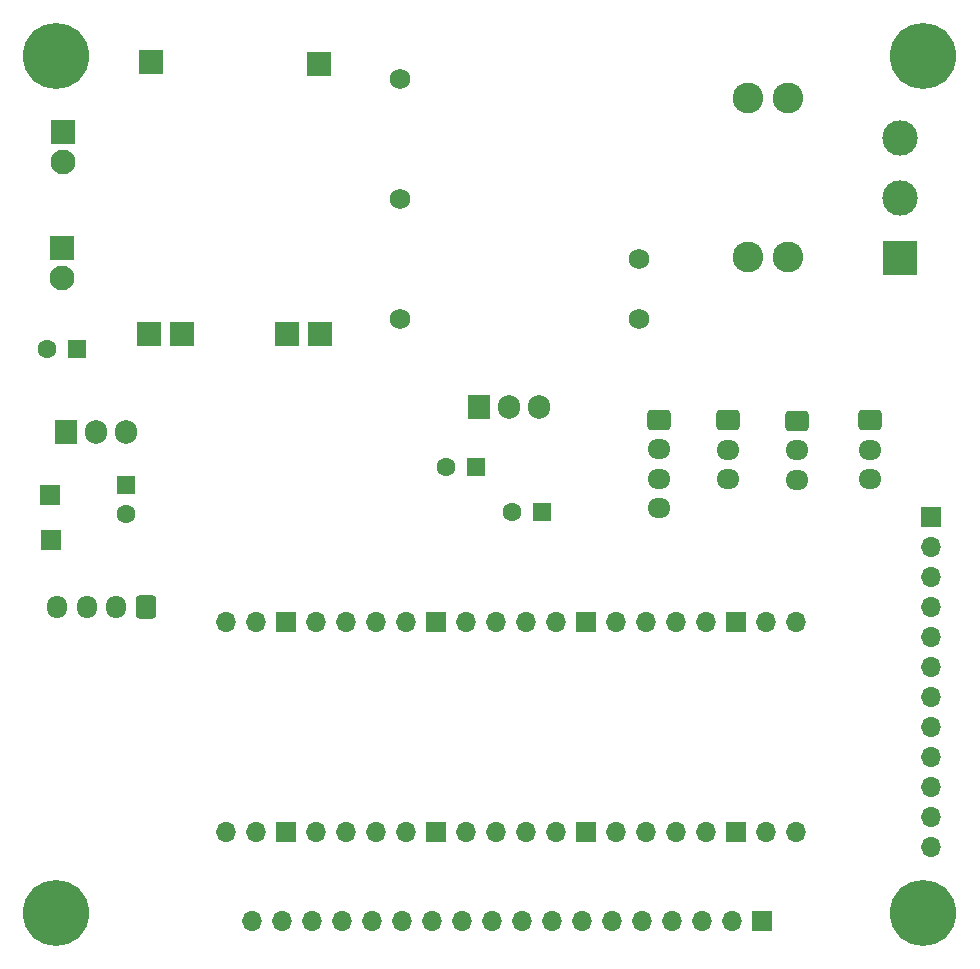
<source format=gbr>
%TF.GenerationSoftware,KiCad,Pcbnew,(7.0.0)*%
%TF.CreationDate,2023-12-23T17:06:12+01:00*%
%TF.ProjectId,PCB-light-challenge,5043422d-6c69-4676-9874-2d6368616c6c,rev?*%
%TF.SameCoordinates,Original*%
%TF.FileFunction,Soldermask,Bot*%
%TF.FilePolarity,Negative*%
%FSLAX46Y46*%
G04 Gerber Fmt 4.6, Leading zero omitted, Abs format (unit mm)*
G04 Created by KiCad (PCBNEW (7.0.0)) date 2023-12-23 17:06:12*
%MOMM*%
%LPD*%
G01*
G04 APERTURE LIST*
G04 Aperture macros list*
%AMRoundRect*
0 Rectangle with rounded corners*
0 $1 Rounding radius*
0 $2 $3 $4 $5 $6 $7 $8 $9 X,Y pos of 4 corners*
0 Add a 4 corners polygon primitive as box body*
4,1,4,$2,$3,$4,$5,$6,$7,$8,$9,$2,$3,0*
0 Add four circle primitives for the rounded corners*
1,1,$1+$1,$2,$3*
1,1,$1+$1,$4,$5*
1,1,$1+$1,$6,$7*
1,1,$1+$1,$8,$9*
0 Add four rect primitives between the rounded corners*
20,1,$1+$1,$2,$3,$4,$5,0*
20,1,$1+$1,$4,$5,$6,$7,0*
20,1,$1+$1,$6,$7,$8,$9,0*
20,1,$1+$1,$8,$9,$2,$3,0*%
G04 Aperture macros list end*
%ADD10C,5.600000*%
%ADD11RoundRect,0.250000X0.600000X0.725000X-0.600000X0.725000X-0.600000X-0.725000X0.600000X-0.725000X0*%
%ADD12O,1.700000X1.950000*%
%ADD13R,1.600000X1.600000*%
%ADD14C,1.600000*%
%ADD15C,2.604000*%
%ADD16R,1.700000X1.700000*%
%ADD17R,1.905000X2.000000*%
%ADD18O,1.905000X2.000000*%
%ADD19C,1.750000*%
%ADD20R,2.100000X2.100000*%
%ADD21C,2.100000*%
%ADD22O,1.700000X1.700000*%
%ADD23RoundRect,0.250000X-0.725000X0.600000X-0.725000X-0.600000X0.725000X-0.600000X0.725000X0.600000X0*%
%ADD24O,1.950000X1.700000*%
%ADD25R,3.000000X3.000000*%
%ADD26C,3.000000*%
%ADD27R,2.000000X2.000000*%
G04 APERTURE END LIST*
D10*
%TO.C,H1*%
X175691800Y-148894800D03*
%TD*%
D11*
%TO.C,LDR1*%
X183271800Y-122961400D03*
D12*
X180771799Y-122961399D03*
X178271799Y-122961399D03*
X175771799Y-122961399D03*
%TD*%
D13*
%TO.C,C10*%
X211203568Y-111175799D03*
D14*
X208703569Y-111175800D03*
%TD*%
D15*
%TO.C,F1*%
X234266000Y-93349000D03*
X237666000Y-93349000D03*
X234266000Y-79879000D03*
X237666000Y-79879000D03*
%TD*%
D16*
%TO.C,3V3*%
X175149999Y-113479999D03*
%TD*%
D17*
%TO.C,U5*%
X211459999Y-106089999D03*
D18*
X213999999Y-106089999D03*
X216539999Y-106089999D03*
%TD*%
D17*
%TO.C,U4*%
X176529999Y-108179999D03*
D18*
X179069999Y-108179999D03*
X181609999Y-108179999D03*
%TD*%
D19*
%TO.C,PS1*%
X225060000Y-98640000D03*
X225060000Y-93560000D03*
X204760000Y-78320000D03*
X204760000Y-88480000D03*
X204760000Y-98640000D03*
%TD*%
D20*
%TO.C,Batterij1*%
X176199999Y-92589999D03*
D21*
X176200000Y-95130000D03*
%TD*%
D16*
%TO.C,J4*%
X249729999Y-115419999D03*
D22*
X249729999Y-117959999D03*
X249729999Y-120499999D03*
X249729999Y-123039999D03*
X249729999Y-125579999D03*
X249729999Y-128119999D03*
X249729999Y-130659999D03*
X249729999Y-133199999D03*
X249729999Y-135739999D03*
X249729999Y-138279999D03*
X249729999Y-140819999D03*
X249729999Y-143359999D03*
%TD*%
D23*
%TO.C,PIR1*%
X238429800Y-107217200D03*
D24*
X238429799Y-109717199D03*
X238429799Y-112217199D03*
%TD*%
D10*
%TO.C,H3*%
X249097800Y-76377800D03*
%TD*%
D25*
%TO.C,J1*%
X247141999Y-93471999D03*
D26*
X247142000Y-88392000D03*
X247142000Y-83312000D03*
%TD*%
D27*
%TO.C,U1*%
X183567599Y-99923599D03*
X197967599Y-99923599D03*
X186367599Y-99923599D03*
X195217599Y-99923599D03*
X183717599Y-76873599D03*
X197917599Y-76998599D03*
%TD*%
D16*
%TO.C,J3*%
X235449999Y-149619999D03*
D22*
X232909999Y-149619999D03*
X230369999Y-149619999D03*
X227829999Y-149619999D03*
X225289999Y-149619999D03*
X222749999Y-149619999D03*
X220209999Y-149619999D03*
X217669999Y-149619999D03*
X215129999Y-149619999D03*
X212589999Y-149619999D03*
X210049999Y-149619999D03*
X207509999Y-149619999D03*
X204969999Y-149619999D03*
X202429999Y-149619999D03*
X199889999Y-149619999D03*
X197349999Y-149619999D03*
X194809999Y-149619999D03*
X192269999Y-149619999D03*
%TD*%
D13*
%TO.C,C4*%
X216766168Y-114960399D03*
D14*
X214266169Y-114960400D03*
%TD*%
D13*
%TO.C,C8*%
X177421568Y-101193599D03*
D14*
X174921569Y-101193600D03*
%TD*%
D22*
%TO.C,U-PICO1*%
X190079999Y-142049999D03*
X192619999Y-142049999D03*
D16*
X195159999Y-142049999D03*
D22*
X197699999Y-142049999D03*
X200239999Y-142049999D03*
X202779999Y-142049999D03*
X205319999Y-142049999D03*
D16*
X207859999Y-142049999D03*
D22*
X210399999Y-142049999D03*
X212939999Y-142049999D03*
X215479999Y-142049999D03*
X218019999Y-142049999D03*
D16*
X220559999Y-142049999D03*
D22*
X223099999Y-142049999D03*
X225639999Y-142049999D03*
X228179999Y-142049999D03*
X230719999Y-142049999D03*
D16*
X233259999Y-142049999D03*
D22*
X235799999Y-142049999D03*
X238339999Y-142049999D03*
X238339999Y-124269999D03*
X235799999Y-124269999D03*
D16*
X233259999Y-124269999D03*
D22*
X230719999Y-124269999D03*
X228179999Y-124269999D03*
X225639999Y-124269999D03*
X223099999Y-124269999D03*
D16*
X220559999Y-124269999D03*
D22*
X218019999Y-124269999D03*
X215479999Y-124269999D03*
X212939999Y-124269999D03*
X210399999Y-124269999D03*
D16*
X207859999Y-124269999D03*
D22*
X205319999Y-124269999D03*
X202779999Y-124269999D03*
X200239999Y-124269999D03*
X197699999Y-124269999D03*
D16*
X195159999Y-124269999D03*
D22*
X192619999Y-124269999D03*
X190079999Y-124269999D03*
%TD*%
D20*
%TO.C,5V1*%
X176275999Y-82803999D03*
D21*
X176276000Y-85344000D03*
%TD*%
D23*
%TO.C,RGB1*%
X226695000Y-107155600D03*
D24*
X226694999Y-109655599D03*
X226694999Y-112155599D03*
X226694999Y-114655599D03*
%TD*%
D10*
%TO.C,H2*%
X175691800Y-76377800D03*
%TD*%
D23*
%TO.C,Shock1*%
X244551200Y-107191800D03*
D24*
X244551199Y-109691799D03*
X244551199Y-112191799D03*
%TD*%
D10*
%TO.C,H4*%
X249072400Y-148894800D03*
%TD*%
D23*
%TO.C,PIR2*%
X232562400Y-107191800D03*
D24*
X232562399Y-109691799D03*
X232562399Y-112191799D03*
%TD*%
D16*
%TO.C,P-1*%
X175259999Y-117347999D03*
%TD*%
D13*
%TO.C,C6*%
X181584599Y-112638199D03*
D14*
X181584600Y-115138200D03*
%TD*%
M02*

</source>
